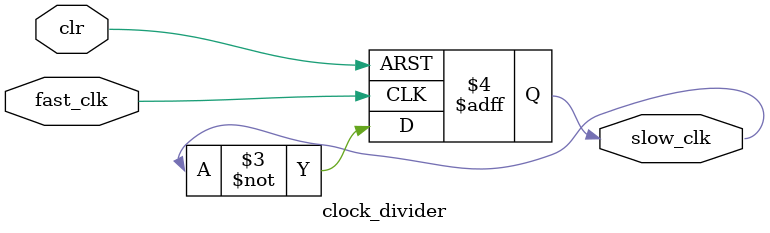
<source format=v>
module clock_divider(
                     input fast_clk,
                     input clr,
                     output reg slow_clk
                     );

   always @(posedge fast_clk or posedge clr) begin
        if (clr == 1) begin
           slow_clk <= 0;
        end
        else begin
          slow_clk <= ~slow_clk;
        end
   end
endmodule

</source>
